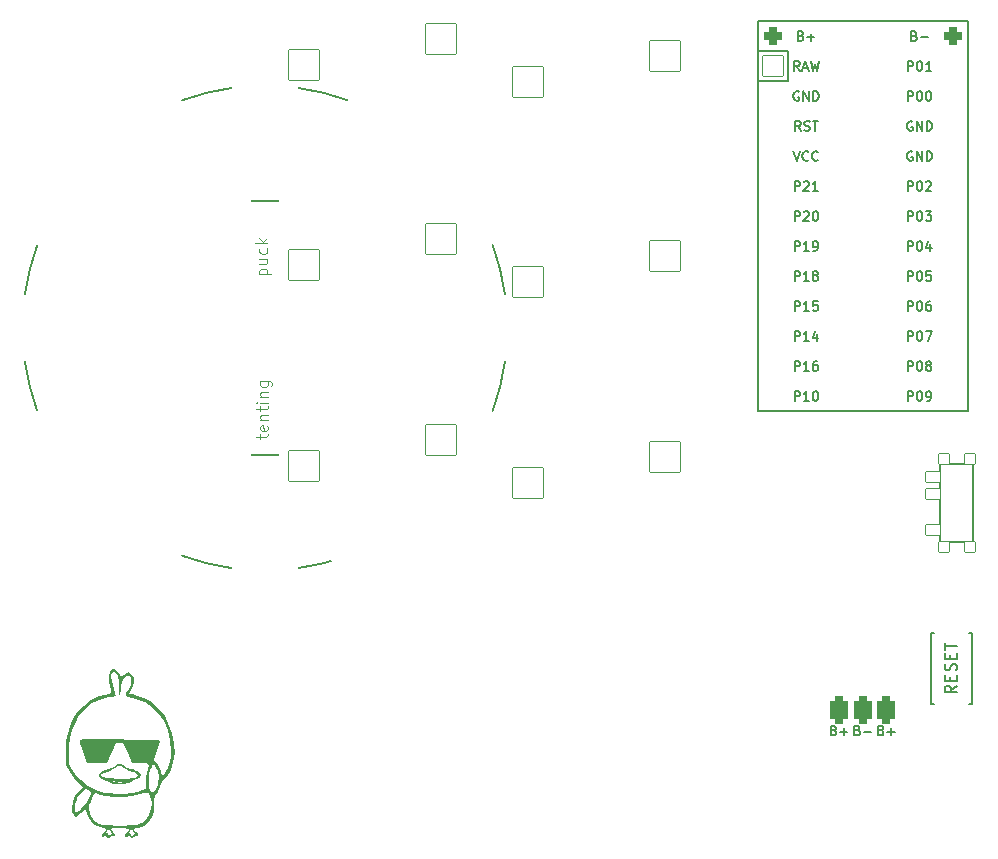
<source format=gto>
%TF.GenerationSoftware,KiCad,Pcbnew,(6.0.4-0)*%
%TF.CreationDate,2022-04-27T14:09:06+02:00*%
%TF.ProjectId,duck,6475636b-2e6b-4696-9361-645f70636258,v1.0.0*%
%TF.SameCoordinates,Original*%
%TF.FileFunction,Legend,Top*%
%TF.FilePolarity,Positive*%
%FSLAX46Y46*%
G04 Gerber Fmt 4.6, Leading zero omitted, Abs format (unit mm)*
G04 Created by KiCad (PCBNEW (6.0.4-0)) date 2022-04-27 14:09:06*
%MOMM*%
%LPD*%
G01*
G04 APERTURE LIST*
G04 Aperture macros list*
%AMRoundRect*
0 Rectangle with rounded corners*
0 $1 Rounding radius*
0 $2 $3 $4 $5 $6 $7 $8 $9 X,Y pos of 4 corners*
0 Add a 4 corners polygon primitive as box body*
4,1,4,$2,$3,$4,$5,$6,$7,$8,$9,$2,$3,0*
0 Add four circle primitives for the rounded corners*
1,1,$1+$1,$2,$3*
1,1,$1+$1,$4,$5*
1,1,$1+$1,$6,$7*
1,1,$1+$1,$8,$9*
0 Add four rect primitives between the rounded corners*
20,1,$1+$1,$2,$3,$4,$5,0*
20,1,$1+$1,$4,$5,$6,$7,0*
20,1,$1+$1,$6,$7,$8,$9,0*
20,1,$1+$1,$8,$9,$2,$3,0*%
G04 Aperture macros list end*
%ADD10C,0.150000*%
%ADD11C,0.100000*%
%ADD12C,0.200000*%
%ADD13RoundRect,0.375000X-0.375000X-0.750000X0.375000X-0.750000X0.375000X0.750000X-0.375000X0.750000X0*%
%ADD14C,2.000000*%
%ADD15R,1.752600X1.752600*%
%ADD16C,1.752600*%
%ADD17RoundRect,0.375000X-0.375000X-0.375000X0.375000X-0.375000X0.375000X0.375000X-0.375000X0.375000X0*%
%ADD18RoundRect,0.050000X-0.450000X0.450000X-0.450000X-0.450000X0.450000X-0.450000X0.450000X0.450000X0*%
%ADD19RoundRect,0.050000X-0.625000X0.450000X-0.625000X-0.450000X0.625000X-0.450000X0.625000X0.450000X0*%
%ADD20RoundRect,0.425000X-0.375000X-0.750000X0.375000X-0.750000X0.375000X0.750000X-0.375000X0.750000X0*%
%ADD21C,2.100000*%
%ADD22C,3.100000*%
%ADD23C,1.801800*%
%ADD24C,3.529000*%
%ADD25RoundRect,0.050000X-1.054507X-1.505993X1.505993X-1.054507X1.054507X1.505993X-1.505993X1.054507X0*%
%ADD26C,2.132000*%
%ADD27RoundRect,0.050000X-1.181751X-1.408356X1.408356X-1.181751X1.181751X1.408356X-1.408356X1.181751X0*%
%ADD28RoundRect,0.050000X-1.300000X-1.300000X1.300000X-1.300000X1.300000X1.300000X-1.300000X1.300000X0*%
%ADD29RoundRect,0.050000X-1.775833X-0.475833X0.475833X-1.775833X1.775833X0.475833X-0.475833X1.775833X0*%
%ADD30C,1.100000*%
%ADD31RoundRect,0.050000X-0.863113X-1.623279X1.623279X-0.863113X0.863113X1.623279X-1.623279X0.863113X0*%
%ADD32RoundRect,0.050000X-1.592168X-0.919239X0.919239X-1.592168X1.592168X0.919239X-0.919239X1.592168X0*%
%ADD33RoundRect,0.050000X-0.876300X0.876300X-0.876300X-0.876300X0.876300X-0.876300X0.876300X0.876300X0*%
%ADD34C,1.852600*%
%ADD35RoundRect,0.425000X-0.375000X-0.375000X0.375000X-0.375000X0.375000X0.375000X-0.375000X0.375000X0*%
%ADD36C,4.500000*%
G04 APERTURE END LIST*
D10*
%TO.C,PAD1*%
X153972991Y54073625D02*
X154087277Y54035530D01*
X154125372Y53997435D01*
X154163467Y53921244D01*
X154163467Y53806959D01*
X154125372Y53730768D01*
X154087277Y53692673D01*
X154011087Y53654578D01*
X153706325Y53654578D01*
X153706325Y54454578D01*
X153972991Y54454578D01*
X154049182Y54416483D01*
X154087277Y54378387D01*
X154125372Y54302197D01*
X154125372Y54226006D01*
X154087277Y54149816D01*
X154049182Y54111721D01*
X153972991Y54073625D01*
X153706325Y54073625D01*
X154506325Y53959340D02*
X155115848Y53959340D01*
X151972991Y54073625D02*
X152087277Y54035530D01*
X152125372Y53997435D01*
X152163467Y53921244D01*
X152163467Y53806959D01*
X152125372Y53730768D01*
X152087277Y53692673D01*
X152011087Y53654578D01*
X151706325Y53654578D01*
X151706325Y54454578D01*
X151972991Y54454578D01*
X152049182Y54416483D01*
X152087277Y54378387D01*
X152125372Y54302197D01*
X152125372Y54226006D01*
X152087277Y54149816D01*
X152049182Y54111721D01*
X151972991Y54073625D01*
X151706325Y54073625D01*
X152506325Y53959340D02*
X153115848Y53959340D01*
X152811087Y53654578D02*
X152811087Y54264102D01*
X155972991Y54073625D02*
X156087277Y54035530D01*
X156125372Y53997435D01*
X156163467Y53921244D01*
X156163467Y53806959D01*
X156125372Y53730768D01*
X156087277Y53692673D01*
X156011087Y53654578D01*
X155706325Y53654578D01*
X155706325Y54454578D01*
X155972991Y54454578D01*
X156049182Y54416483D01*
X156087277Y54378387D01*
X156125372Y54302197D01*
X156125372Y54226006D01*
X156087277Y54149816D01*
X156049182Y54111721D01*
X155972991Y54073625D01*
X155706325Y54073625D01*
X156506325Y53959340D02*
X157115848Y53959340D01*
X156811087Y53654578D02*
X156811087Y54264102D01*
%TO.C,B1*%
X162363467Y57864102D02*
X161887277Y57530768D01*
X162363467Y57292673D02*
X161363467Y57292673D01*
X161363467Y57673625D01*
X161411087Y57768863D01*
X161458706Y57816483D01*
X161553944Y57864102D01*
X161696801Y57864102D01*
X161792039Y57816483D01*
X161839658Y57768863D01*
X161887277Y57673625D01*
X161887277Y57292673D01*
X161839658Y58292673D02*
X161839658Y58626006D01*
X162363467Y58768863D02*
X162363467Y58292673D01*
X161363467Y58292673D01*
X161363467Y58768863D01*
X162315848Y59149816D02*
X162363467Y59292673D01*
X162363467Y59530768D01*
X162315848Y59626006D01*
X162268229Y59673625D01*
X162172991Y59721244D01*
X162077753Y59721244D01*
X161982515Y59673625D01*
X161934896Y59626006D01*
X161887277Y59530768D01*
X161839658Y59340292D01*
X161792039Y59245054D01*
X161744420Y59197435D01*
X161649182Y59149816D01*
X161553944Y59149816D01*
X161458706Y59197435D01*
X161411087Y59245054D01*
X161363467Y59340292D01*
X161363467Y59578387D01*
X161411087Y59721244D01*
X161839658Y60149816D02*
X161839658Y60483149D01*
X162363467Y60626006D02*
X162363467Y60149816D01*
X161363467Y60149816D01*
X161363467Y60626006D01*
X161363467Y60911721D02*
X161363467Y61483149D01*
X162363467Y61197435D02*
X161363467Y61197435D01*
%TO.C,MCU1*%
X158239658Y84524578D02*
X158239658Y85324578D01*
X158544420Y85324578D01*
X158620610Y85286483D01*
X158658706Y85248387D01*
X158696801Y85172197D01*
X158696801Y85057911D01*
X158658706Y84981721D01*
X158620610Y84943625D01*
X158544420Y84905530D01*
X158239658Y84905530D01*
X159192039Y85324578D02*
X159268229Y85324578D01*
X159344420Y85286483D01*
X159382515Y85248387D01*
X159420610Y85172197D01*
X159458706Y85019816D01*
X159458706Y84829340D01*
X159420610Y84676959D01*
X159382515Y84600768D01*
X159344420Y84562673D01*
X159268229Y84524578D01*
X159192039Y84524578D01*
X159115848Y84562673D01*
X159077753Y84600768D01*
X159039658Y84676959D01*
X159001563Y84829340D01*
X159001563Y85019816D01*
X159039658Y85172197D01*
X159077753Y85248387D01*
X159115848Y85286483D01*
X159192039Y85324578D01*
X159915848Y84981721D02*
X159839658Y85019816D01*
X159801563Y85057911D01*
X159763467Y85134102D01*
X159763467Y85172197D01*
X159801563Y85248387D01*
X159839658Y85286483D01*
X159915848Y85324578D01*
X160068229Y85324578D01*
X160144420Y85286483D01*
X160182515Y85248387D01*
X160220610Y85172197D01*
X160220610Y85134102D01*
X160182515Y85057911D01*
X160144420Y85019816D01*
X160068229Y84981721D01*
X159915848Y84981721D01*
X159839658Y84943625D01*
X159801563Y84905530D01*
X159763467Y84829340D01*
X159763467Y84676959D01*
X159801563Y84600768D01*
X159839658Y84562673D01*
X159915848Y84524578D01*
X160068229Y84524578D01*
X160144420Y84562673D01*
X160182515Y84600768D01*
X160220610Y84676959D01*
X160220610Y84829340D01*
X160182515Y84905530D01*
X160144420Y84943625D01*
X160068229Y84981721D01*
X158239658Y109924578D02*
X158239658Y110724578D01*
X158544420Y110724578D01*
X158620610Y110686483D01*
X158658706Y110648387D01*
X158696801Y110572197D01*
X158696801Y110457911D01*
X158658706Y110381721D01*
X158620610Y110343625D01*
X158544420Y110305530D01*
X158239658Y110305530D01*
X159192039Y110724578D02*
X159268229Y110724578D01*
X159344420Y110686483D01*
X159382515Y110648387D01*
X159420610Y110572197D01*
X159458706Y110419816D01*
X159458706Y110229340D01*
X159420610Y110076959D01*
X159382515Y110000768D01*
X159344420Y109962673D01*
X159268229Y109924578D01*
X159192039Y109924578D01*
X159115848Y109962673D01*
X159077753Y110000768D01*
X159039658Y110076959D01*
X159001563Y110229340D01*
X159001563Y110419816D01*
X159039658Y110572197D01*
X159077753Y110648387D01*
X159115848Y110686483D01*
X159192039Y110724578D01*
X160220610Y109924578D02*
X159763467Y109924578D01*
X159992039Y109924578D02*
X159992039Y110724578D01*
X159915848Y110610292D01*
X159839658Y110534102D01*
X159763467Y110496006D01*
X148639658Y99764578D02*
X148639658Y100564578D01*
X148944420Y100564578D01*
X149020610Y100526483D01*
X149058706Y100488387D01*
X149096801Y100412197D01*
X149096801Y100297911D01*
X149058706Y100221721D01*
X149020610Y100183625D01*
X148944420Y100145530D01*
X148639658Y100145530D01*
X149401563Y100488387D02*
X149439658Y100526483D01*
X149515848Y100564578D01*
X149706325Y100564578D01*
X149782515Y100526483D01*
X149820610Y100488387D01*
X149858706Y100412197D01*
X149858706Y100336006D01*
X149820610Y100221721D01*
X149363467Y99764578D01*
X149858706Y99764578D01*
X150620610Y99764578D02*
X150163467Y99764578D01*
X150392039Y99764578D02*
X150392039Y100564578D01*
X150315848Y100450292D01*
X150239658Y100374102D01*
X150163467Y100336006D01*
X148639658Y87064578D02*
X148639658Y87864578D01*
X148944420Y87864578D01*
X149020610Y87826483D01*
X149058706Y87788387D01*
X149096801Y87712197D01*
X149096801Y87597911D01*
X149058706Y87521721D01*
X149020610Y87483625D01*
X148944420Y87445530D01*
X148639658Y87445530D01*
X149858706Y87064578D02*
X149401563Y87064578D01*
X149630134Y87064578D02*
X149630134Y87864578D01*
X149553944Y87750292D01*
X149477753Y87674102D01*
X149401563Y87636006D01*
X150544420Y87597911D02*
X150544420Y87064578D01*
X150353944Y87902673D02*
X150163467Y87331244D01*
X150658706Y87331244D01*
X149172991Y112883625D02*
X149287277Y112845530D01*
X149325372Y112807435D01*
X149363467Y112731244D01*
X149363467Y112616959D01*
X149325372Y112540768D01*
X149287277Y112502673D01*
X149211087Y112464578D01*
X148906325Y112464578D01*
X148906325Y113264578D01*
X149172991Y113264578D01*
X149249182Y113226483D01*
X149287277Y113188387D01*
X149325372Y113112197D01*
X149325372Y113036006D01*
X149287277Y112959816D01*
X149249182Y112921721D01*
X149172991Y112883625D01*
X148906325Y112883625D01*
X149706325Y112769340D02*
X150315848Y112769340D01*
X150011087Y112464578D02*
X150011087Y113074102D01*
X148639658Y97224578D02*
X148639658Y98024578D01*
X148944420Y98024578D01*
X149020610Y97986483D01*
X149058706Y97948387D01*
X149096801Y97872197D01*
X149096801Y97757911D01*
X149058706Y97681721D01*
X149020610Y97643625D01*
X148944420Y97605530D01*
X148639658Y97605530D01*
X149401563Y97948387D02*
X149439658Y97986483D01*
X149515848Y98024578D01*
X149706325Y98024578D01*
X149782515Y97986483D01*
X149820610Y97948387D01*
X149858706Y97872197D01*
X149858706Y97796006D01*
X149820610Y97681721D01*
X149363467Y97224578D01*
X149858706Y97224578D01*
X150353944Y98024578D02*
X150430134Y98024578D01*
X150506325Y97986483D01*
X150544420Y97948387D01*
X150582515Y97872197D01*
X150620610Y97719816D01*
X150620610Y97529340D01*
X150582515Y97376959D01*
X150544420Y97300768D01*
X150506325Y97262673D01*
X150430134Y97224578D01*
X150353944Y97224578D01*
X150277753Y97262673D01*
X150239658Y97300768D01*
X150201563Y97376959D01*
X150163467Y97529340D01*
X150163467Y97719816D01*
X150201563Y97872197D01*
X150239658Y97948387D01*
X150277753Y97986483D01*
X150353944Y98024578D01*
X158239658Y81984578D02*
X158239658Y82784578D01*
X158544420Y82784578D01*
X158620610Y82746483D01*
X158658706Y82708387D01*
X158696801Y82632197D01*
X158696801Y82517911D01*
X158658706Y82441721D01*
X158620610Y82403625D01*
X158544420Y82365530D01*
X158239658Y82365530D01*
X159192039Y82784578D02*
X159268229Y82784578D01*
X159344420Y82746483D01*
X159382515Y82708387D01*
X159420610Y82632197D01*
X159458706Y82479816D01*
X159458706Y82289340D01*
X159420610Y82136959D01*
X159382515Y82060768D01*
X159344420Y82022673D01*
X159268229Y81984578D01*
X159192039Y81984578D01*
X159115848Y82022673D01*
X159077753Y82060768D01*
X159039658Y82136959D01*
X159001563Y82289340D01*
X159001563Y82479816D01*
X159039658Y82632197D01*
X159077753Y82708387D01*
X159115848Y82746483D01*
X159192039Y82784578D01*
X159839658Y81984578D02*
X159992039Y81984578D01*
X160068229Y82022673D01*
X160106325Y82060768D01*
X160182515Y82175054D01*
X160220610Y82327435D01*
X160220610Y82632197D01*
X160182515Y82708387D01*
X160144420Y82746483D01*
X160068229Y82784578D01*
X159915848Y82784578D01*
X159839658Y82746483D01*
X159801563Y82708387D01*
X159763467Y82632197D01*
X159763467Y82441721D01*
X159801563Y82365530D01*
X159839658Y82327435D01*
X159915848Y82289340D01*
X160068229Y82289340D01*
X160144420Y82327435D01*
X160182515Y82365530D01*
X160220610Y82441721D01*
X148639658Y84524578D02*
X148639658Y85324578D01*
X148944420Y85324578D01*
X149020610Y85286483D01*
X149058706Y85248387D01*
X149096801Y85172197D01*
X149096801Y85057911D01*
X149058706Y84981721D01*
X149020610Y84943625D01*
X148944420Y84905530D01*
X148639658Y84905530D01*
X149858706Y84524578D02*
X149401563Y84524578D01*
X149630134Y84524578D02*
X149630134Y85324578D01*
X149553944Y85210292D01*
X149477753Y85134102D01*
X149401563Y85096006D01*
X150544420Y85324578D02*
X150392039Y85324578D01*
X150315848Y85286483D01*
X150277753Y85248387D01*
X150201563Y85134102D01*
X150163467Y84981721D01*
X150163467Y84676959D01*
X150201563Y84600768D01*
X150239658Y84562673D01*
X150315848Y84524578D01*
X150468229Y84524578D01*
X150544420Y84562673D01*
X150582515Y84600768D01*
X150620610Y84676959D01*
X150620610Y84867435D01*
X150582515Y84943625D01*
X150544420Y84981721D01*
X150468229Y85019816D01*
X150315848Y85019816D01*
X150239658Y84981721D01*
X150201563Y84943625D01*
X150163467Y84867435D01*
X149172991Y104844578D02*
X148906325Y105225530D01*
X148715848Y104844578D02*
X148715848Y105644578D01*
X149020610Y105644578D01*
X149096801Y105606483D01*
X149134896Y105568387D01*
X149172991Y105492197D01*
X149172991Y105377911D01*
X149134896Y105301721D01*
X149096801Y105263625D01*
X149020610Y105225530D01*
X148715848Y105225530D01*
X149477753Y104882673D02*
X149592039Y104844578D01*
X149782515Y104844578D01*
X149858706Y104882673D01*
X149896801Y104920768D01*
X149934896Y104996959D01*
X149934896Y105073149D01*
X149896801Y105149340D01*
X149858706Y105187435D01*
X149782515Y105225530D01*
X149630134Y105263625D01*
X149553944Y105301721D01*
X149515848Y105339816D01*
X149477753Y105416006D01*
X149477753Y105492197D01*
X149515848Y105568387D01*
X149553944Y105606483D01*
X149630134Y105644578D01*
X149820610Y105644578D01*
X149934896Y105606483D01*
X150163467Y105644578D02*
X150620610Y105644578D01*
X150392039Y104844578D02*
X150392039Y105644578D01*
X158239658Y99764578D02*
X158239658Y100564578D01*
X158544420Y100564578D01*
X158620610Y100526483D01*
X158658706Y100488387D01*
X158696801Y100412197D01*
X158696801Y100297911D01*
X158658706Y100221721D01*
X158620610Y100183625D01*
X158544420Y100145530D01*
X158239658Y100145530D01*
X159192039Y100564578D02*
X159268229Y100564578D01*
X159344420Y100526483D01*
X159382515Y100488387D01*
X159420610Y100412197D01*
X159458706Y100259816D01*
X159458706Y100069340D01*
X159420610Y99916959D01*
X159382515Y99840768D01*
X159344420Y99802673D01*
X159268229Y99764578D01*
X159192039Y99764578D01*
X159115848Y99802673D01*
X159077753Y99840768D01*
X159039658Y99916959D01*
X159001563Y100069340D01*
X159001563Y100259816D01*
X159039658Y100412197D01*
X159077753Y100488387D01*
X159115848Y100526483D01*
X159192039Y100564578D01*
X159763467Y100488387D02*
X159801563Y100526483D01*
X159877753Y100564578D01*
X160068229Y100564578D01*
X160144420Y100526483D01*
X160182515Y100488387D01*
X160220610Y100412197D01*
X160220610Y100336006D01*
X160182515Y100221721D01*
X159725372Y99764578D01*
X160220610Y99764578D01*
X148639658Y92144578D02*
X148639658Y92944578D01*
X148944420Y92944578D01*
X149020610Y92906483D01*
X149058706Y92868387D01*
X149096801Y92792197D01*
X149096801Y92677911D01*
X149058706Y92601721D01*
X149020610Y92563625D01*
X148944420Y92525530D01*
X148639658Y92525530D01*
X149858706Y92144578D02*
X149401563Y92144578D01*
X149630134Y92144578D02*
X149630134Y92944578D01*
X149553944Y92830292D01*
X149477753Y92754102D01*
X149401563Y92716006D01*
X150315848Y92601721D02*
X150239658Y92639816D01*
X150201563Y92677911D01*
X150163467Y92754102D01*
X150163467Y92792197D01*
X150201563Y92868387D01*
X150239658Y92906483D01*
X150315848Y92944578D01*
X150468229Y92944578D01*
X150544420Y92906483D01*
X150582515Y92868387D01*
X150620610Y92792197D01*
X150620610Y92754102D01*
X150582515Y92677911D01*
X150544420Y92639816D01*
X150468229Y92601721D01*
X150315848Y92601721D01*
X150239658Y92563625D01*
X150201563Y92525530D01*
X150163467Y92449340D01*
X150163467Y92296959D01*
X150201563Y92220768D01*
X150239658Y92182673D01*
X150315848Y92144578D01*
X150468229Y92144578D01*
X150544420Y92182673D01*
X150582515Y92220768D01*
X150620610Y92296959D01*
X150620610Y92449340D01*
X150582515Y92525530D01*
X150544420Y92563625D01*
X150468229Y92601721D01*
X148639658Y81984578D02*
X148639658Y82784578D01*
X148944420Y82784578D01*
X149020610Y82746483D01*
X149058706Y82708387D01*
X149096801Y82632197D01*
X149096801Y82517911D01*
X149058706Y82441721D01*
X149020610Y82403625D01*
X148944420Y82365530D01*
X148639658Y82365530D01*
X149858706Y81984578D02*
X149401563Y81984578D01*
X149630134Y81984578D02*
X149630134Y82784578D01*
X149553944Y82670292D01*
X149477753Y82594102D01*
X149401563Y82556006D01*
X150353944Y82784578D02*
X150430134Y82784578D01*
X150506325Y82746483D01*
X150544420Y82708387D01*
X150582515Y82632197D01*
X150620610Y82479816D01*
X150620610Y82289340D01*
X150582515Y82136959D01*
X150544420Y82060768D01*
X150506325Y82022673D01*
X150430134Y81984578D01*
X150353944Y81984578D01*
X150277753Y82022673D01*
X150239658Y82060768D01*
X150201563Y82136959D01*
X150163467Y82289340D01*
X150163467Y82479816D01*
X150201563Y82632197D01*
X150239658Y82708387D01*
X150277753Y82746483D01*
X150353944Y82784578D01*
X158601563Y103066483D02*
X158525372Y103104578D01*
X158411087Y103104578D01*
X158296801Y103066483D01*
X158220610Y102990292D01*
X158182515Y102914102D01*
X158144420Y102761721D01*
X158144420Y102647435D01*
X158182515Y102495054D01*
X158220610Y102418863D01*
X158296801Y102342673D01*
X158411087Y102304578D01*
X158487277Y102304578D01*
X158601563Y102342673D01*
X158639658Y102380768D01*
X158639658Y102647435D01*
X158487277Y102647435D01*
X158982515Y102304578D02*
X158982515Y103104578D01*
X159439658Y102304578D01*
X159439658Y103104578D01*
X159820610Y102304578D02*
X159820610Y103104578D01*
X160011087Y103104578D01*
X160125372Y103066483D01*
X160201563Y102990292D01*
X160239658Y102914102D01*
X160277753Y102761721D01*
X160277753Y102647435D01*
X160239658Y102495054D01*
X160201563Y102418863D01*
X160125372Y102342673D01*
X160011087Y102304578D01*
X159820610Y102304578D01*
X158239658Y107384578D02*
X158239658Y108184578D01*
X158544420Y108184578D01*
X158620610Y108146483D01*
X158658706Y108108387D01*
X158696801Y108032197D01*
X158696801Y107917911D01*
X158658706Y107841721D01*
X158620610Y107803625D01*
X158544420Y107765530D01*
X158239658Y107765530D01*
X159192039Y108184578D02*
X159268229Y108184578D01*
X159344420Y108146483D01*
X159382515Y108108387D01*
X159420610Y108032197D01*
X159458706Y107879816D01*
X159458706Y107689340D01*
X159420610Y107536959D01*
X159382515Y107460768D01*
X159344420Y107422673D01*
X159268229Y107384578D01*
X159192039Y107384578D01*
X159115848Y107422673D01*
X159077753Y107460768D01*
X159039658Y107536959D01*
X159001563Y107689340D01*
X159001563Y107879816D01*
X159039658Y108032197D01*
X159077753Y108108387D01*
X159115848Y108146483D01*
X159192039Y108184578D01*
X159953944Y108184578D02*
X160030134Y108184578D01*
X160106325Y108146483D01*
X160144420Y108108387D01*
X160182515Y108032197D01*
X160220610Y107879816D01*
X160220610Y107689340D01*
X160182515Y107536959D01*
X160144420Y107460768D01*
X160106325Y107422673D01*
X160030134Y107384578D01*
X159953944Y107384578D01*
X159877753Y107422673D01*
X159839658Y107460768D01*
X159801563Y107536959D01*
X159763467Y107689340D01*
X159763467Y107879816D01*
X159801563Y108032197D01*
X159839658Y108108387D01*
X159877753Y108146483D01*
X159953944Y108184578D01*
X149058706Y109924578D02*
X148792039Y110305530D01*
X148601563Y109924578D02*
X148601563Y110724578D01*
X148906325Y110724578D01*
X148982515Y110686483D01*
X149020610Y110648387D01*
X149058706Y110572197D01*
X149058706Y110457911D01*
X149020610Y110381721D01*
X148982515Y110343625D01*
X148906325Y110305530D01*
X148601563Y110305530D01*
X149363467Y110153149D02*
X149744420Y110153149D01*
X149287277Y109924578D02*
X149553944Y110724578D01*
X149820610Y109924578D01*
X150011087Y110724578D02*
X150201563Y109924578D01*
X150353944Y110496006D01*
X150506325Y109924578D01*
X150696801Y110724578D01*
X158239658Y97224578D02*
X158239658Y98024578D01*
X158544420Y98024578D01*
X158620610Y97986483D01*
X158658706Y97948387D01*
X158696801Y97872197D01*
X158696801Y97757911D01*
X158658706Y97681721D01*
X158620610Y97643625D01*
X158544420Y97605530D01*
X158239658Y97605530D01*
X159192039Y98024578D02*
X159268229Y98024578D01*
X159344420Y97986483D01*
X159382515Y97948387D01*
X159420610Y97872197D01*
X159458706Y97719816D01*
X159458706Y97529340D01*
X159420610Y97376959D01*
X159382515Y97300768D01*
X159344420Y97262673D01*
X159268229Y97224578D01*
X159192039Y97224578D01*
X159115848Y97262673D01*
X159077753Y97300768D01*
X159039658Y97376959D01*
X159001563Y97529340D01*
X159001563Y97719816D01*
X159039658Y97872197D01*
X159077753Y97948387D01*
X159115848Y97986483D01*
X159192039Y98024578D01*
X159725372Y98024578D02*
X160220610Y98024578D01*
X159953944Y97719816D01*
X160068229Y97719816D01*
X160144420Y97681721D01*
X160182515Y97643625D01*
X160220610Y97567435D01*
X160220610Y97376959D01*
X160182515Y97300768D01*
X160144420Y97262673D01*
X160068229Y97224578D01*
X159839658Y97224578D01*
X159763467Y97262673D01*
X159725372Y97300768D01*
X158601563Y105606483D02*
X158525372Y105644578D01*
X158411087Y105644578D01*
X158296801Y105606483D01*
X158220610Y105530292D01*
X158182515Y105454102D01*
X158144420Y105301721D01*
X158144420Y105187435D01*
X158182515Y105035054D01*
X158220610Y104958863D01*
X158296801Y104882673D01*
X158411087Y104844578D01*
X158487277Y104844578D01*
X158601563Y104882673D01*
X158639658Y104920768D01*
X158639658Y105187435D01*
X158487277Y105187435D01*
X158982515Y104844578D02*
X158982515Y105644578D01*
X159439658Y104844578D01*
X159439658Y105644578D01*
X159820610Y104844578D02*
X159820610Y105644578D01*
X160011087Y105644578D01*
X160125372Y105606483D01*
X160201563Y105530292D01*
X160239658Y105454102D01*
X160277753Y105301721D01*
X160277753Y105187435D01*
X160239658Y105035054D01*
X160201563Y104958863D01*
X160125372Y104882673D01*
X160011087Y104844578D01*
X159820610Y104844578D01*
X158239658Y87064578D02*
X158239658Y87864578D01*
X158544420Y87864578D01*
X158620610Y87826483D01*
X158658706Y87788387D01*
X158696801Y87712197D01*
X158696801Y87597911D01*
X158658706Y87521721D01*
X158620610Y87483625D01*
X158544420Y87445530D01*
X158239658Y87445530D01*
X159192039Y87864578D02*
X159268229Y87864578D01*
X159344420Y87826483D01*
X159382515Y87788387D01*
X159420610Y87712197D01*
X159458706Y87559816D01*
X159458706Y87369340D01*
X159420610Y87216959D01*
X159382515Y87140768D01*
X159344420Y87102673D01*
X159268229Y87064578D01*
X159192039Y87064578D01*
X159115848Y87102673D01*
X159077753Y87140768D01*
X159039658Y87216959D01*
X159001563Y87369340D01*
X159001563Y87559816D01*
X159039658Y87712197D01*
X159077753Y87788387D01*
X159115848Y87826483D01*
X159192039Y87864578D01*
X159725372Y87864578D02*
X160258706Y87864578D01*
X159915848Y87064578D01*
X148639658Y94684578D02*
X148639658Y95484578D01*
X148944420Y95484578D01*
X149020610Y95446483D01*
X149058706Y95408387D01*
X149096801Y95332197D01*
X149096801Y95217911D01*
X149058706Y95141721D01*
X149020610Y95103625D01*
X148944420Y95065530D01*
X148639658Y95065530D01*
X149858706Y94684578D02*
X149401563Y94684578D01*
X149630134Y94684578D02*
X149630134Y95484578D01*
X149553944Y95370292D01*
X149477753Y95294102D01*
X149401563Y95256006D01*
X150239658Y94684578D02*
X150392039Y94684578D01*
X150468229Y94722673D01*
X150506325Y94760768D01*
X150582515Y94875054D01*
X150620610Y95027435D01*
X150620610Y95332197D01*
X150582515Y95408387D01*
X150544420Y95446483D01*
X150468229Y95484578D01*
X150315848Y95484578D01*
X150239658Y95446483D01*
X150201563Y95408387D01*
X150163467Y95332197D01*
X150163467Y95141721D01*
X150201563Y95065530D01*
X150239658Y95027435D01*
X150315848Y94989340D01*
X150468229Y94989340D01*
X150544420Y95027435D01*
X150582515Y95065530D01*
X150620610Y95141721D01*
X158239658Y94684578D02*
X158239658Y95484578D01*
X158544420Y95484578D01*
X158620610Y95446483D01*
X158658706Y95408387D01*
X158696801Y95332197D01*
X158696801Y95217911D01*
X158658706Y95141721D01*
X158620610Y95103625D01*
X158544420Y95065530D01*
X158239658Y95065530D01*
X159192039Y95484578D02*
X159268229Y95484578D01*
X159344420Y95446483D01*
X159382515Y95408387D01*
X159420610Y95332197D01*
X159458706Y95179816D01*
X159458706Y94989340D01*
X159420610Y94836959D01*
X159382515Y94760768D01*
X159344420Y94722673D01*
X159268229Y94684578D01*
X159192039Y94684578D01*
X159115848Y94722673D01*
X159077753Y94760768D01*
X159039658Y94836959D01*
X159001563Y94989340D01*
X159001563Y95179816D01*
X159039658Y95332197D01*
X159077753Y95408387D01*
X159115848Y95446483D01*
X159192039Y95484578D01*
X160144420Y95217911D02*
X160144420Y94684578D01*
X159953944Y95522673D02*
X159763467Y94951244D01*
X160258706Y94951244D01*
X158239658Y92144578D02*
X158239658Y92944578D01*
X158544420Y92944578D01*
X158620610Y92906483D01*
X158658706Y92868387D01*
X158696801Y92792197D01*
X158696801Y92677911D01*
X158658706Y92601721D01*
X158620610Y92563625D01*
X158544420Y92525530D01*
X158239658Y92525530D01*
X159192039Y92944578D02*
X159268229Y92944578D01*
X159344420Y92906483D01*
X159382515Y92868387D01*
X159420610Y92792197D01*
X159458706Y92639816D01*
X159458706Y92449340D01*
X159420610Y92296959D01*
X159382515Y92220768D01*
X159344420Y92182673D01*
X159268229Y92144578D01*
X159192039Y92144578D01*
X159115848Y92182673D01*
X159077753Y92220768D01*
X159039658Y92296959D01*
X159001563Y92449340D01*
X159001563Y92639816D01*
X159039658Y92792197D01*
X159077753Y92868387D01*
X159115848Y92906483D01*
X159192039Y92944578D01*
X160182515Y92944578D02*
X159801563Y92944578D01*
X159763467Y92563625D01*
X159801563Y92601721D01*
X159877753Y92639816D01*
X160068229Y92639816D01*
X160144420Y92601721D01*
X160182515Y92563625D01*
X160220610Y92487435D01*
X160220610Y92296959D01*
X160182515Y92220768D01*
X160144420Y92182673D01*
X160068229Y92144578D01*
X159877753Y92144578D01*
X159801563Y92182673D01*
X159763467Y92220768D01*
X149001563Y108146483D02*
X148925372Y108184578D01*
X148811087Y108184578D01*
X148696801Y108146483D01*
X148620610Y108070292D01*
X148582515Y107994102D01*
X148544420Y107841721D01*
X148544420Y107727435D01*
X148582515Y107575054D01*
X148620610Y107498863D01*
X148696801Y107422673D01*
X148811087Y107384578D01*
X148887277Y107384578D01*
X149001563Y107422673D01*
X149039658Y107460768D01*
X149039658Y107727435D01*
X148887277Y107727435D01*
X149382515Y107384578D02*
X149382515Y108184578D01*
X149839658Y107384578D01*
X149839658Y108184578D01*
X150220610Y107384578D02*
X150220610Y108184578D01*
X150411087Y108184578D01*
X150525372Y108146483D01*
X150601563Y108070292D01*
X150639658Y107994102D01*
X150677753Y107841721D01*
X150677753Y107727435D01*
X150639658Y107575054D01*
X150601563Y107498863D01*
X150525372Y107422673D01*
X150411087Y107384578D01*
X150220610Y107384578D01*
X158772991Y112883625D02*
X158887277Y112845530D01*
X158925372Y112807435D01*
X158963467Y112731244D01*
X158963467Y112616959D01*
X158925372Y112540768D01*
X158887277Y112502673D01*
X158811087Y112464578D01*
X158506325Y112464578D01*
X158506325Y113264578D01*
X158772991Y113264578D01*
X158849182Y113226483D01*
X158887277Y113188387D01*
X158925372Y113112197D01*
X158925372Y113036006D01*
X158887277Y112959816D01*
X158849182Y112921721D01*
X158772991Y112883625D01*
X158506325Y112883625D01*
X159306325Y112769340D02*
X159915848Y112769340D01*
X148639658Y89604578D02*
X148639658Y90404578D01*
X148944420Y90404578D01*
X149020610Y90366483D01*
X149058706Y90328387D01*
X149096801Y90252197D01*
X149096801Y90137911D01*
X149058706Y90061721D01*
X149020610Y90023625D01*
X148944420Y89985530D01*
X148639658Y89985530D01*
X149858706Y89604578D02*
X149401563Y89604578D01*
X149630134Y89604578D02*
X149630134Y90404578D01*
X149553944Y90290292D01*
X149477753Y90214102D01*
X149401563Y90176006D01*
X150582515Y90404578D02*
X150201563Y90404578D01*
X150163467Y90023625D01*
X150201563Y90061721D01*
X150277753Y90099816D01*
X150468229Y90099816D01*
X150544420Y90061721D01*
X150582515Y90023625D01*
X150620610Y89947435D01*
X150620610Y89756959D01*
X150582515Y89680768D01*
X150544420Y89642673D01*
X150468229Y89604578D01*
X150277753Y89604578D01*
X150201563Y89642673D01*
X150163467Y89680768D01*
X158239658Y89604578D02*
X158239658Y90404578D01*
X158544420Y90404578D01*
X158620610Y90366483D01*
X158658706Y90328387D01*
X158696801Y90252197D01*
X158696801Y90137911D01*
X158658706Y90061721D01*
X158620610Y90023625D01*
X158544420Y89985530D01*
X158239658Y89985530D01*
X159192039Y90404578D02*
X159268229Y90404578D01*
X159344420Y90366483D01*
X159382515Y90328387D01*
X159420610Y90252197D01*
X159458706Y90099816D01*
X159458706Y89909340D01*
X159420610Y89756959D01*
X159382515Y89680768D01*
X159344420Y89642673D01*
X159268229Y89604578D01*
X159192039Y89604578D01*
X159115848Y89642673D01*
X159077753Y89680768D01*
X159039658Y89756959D01*
X159001563Y89909340D01*
X159001563Y90099816D01*
X159039658Y90252197D01*
X159077753Y90328387D01*
X159115848Y90366483D01*
X159192039Y90404578D01*
X160144420Y90404578D02*
X159992039Y90404578D01*
X159915848Y90366483D01*
X159877753Y90328387D01*
X159801563Y90214102D01*
X159763467Y90061721D01*
X159763467Y89756959D01*
X159801563Y89680768D01*
X159839658Y89642673D01*
X159915848Y89604578D01*
X160068229Y89604578D01*
X160144420Y89642673D01*
X160182515Y89680768D01*
X160220610Y89756959D01*
X160220610Y89947435D01*
X160182515Y90023625D01*
X160144420Y90061721D01*
X160068229Y90099816D01*
X159915848Y90099816D01*
X159839658Y90061721D01*
X159801563Y90023625D01*
X159763467Y89947435D01*
X148544420Y103104578D02*
X148811087Y102304578D01*
X149077753Y103104578D01*
X149801563Y102380768D02*
X149763467Y102342673D01*
X149649182Y102304578D01*
X149572991Y102304578D01*
X149458706Y102342673D01*
X149382515Y102418863D01*
X149344420Y102495054D01*
X149306325Y102647435D01*
X149306325Y102761721D01*
X149344420Y102914102D01*
X149382515Y102990292D01*
X149458706Y103066483D01*
X149572991Y103104578D01*
X149649182Y103104578D01*
X149763467Y103066483D01*
X149801563Y103028387D01*
X150601563Y102380768D02*
X150563467Y102342673D01*
X150449182Y102304578D01*
X150372991Y102304578D01*
X150258706Y102342673D01*
X150182515Y102418863D01*
X150144420Y102495054D01*
X150106325Y102647435D01*
X150106325Y102761721D01*
X150144420Y102914102D01*
X150182515Y102990292D01*
X150258706Y103066483D01*
X150372991Y103104578D01*
X150449182Y103104578D01*
X150563467Y103066483D01*
X150601563Y103028387D01*
D11*
%TO.C,REF\u002A\u002A*%
X103392434Y78783427D02*
X103392434Y79164379D01*
X103059100Y78926284D02*
X103916243Y78926284D01*
X104011481Y78973903D01*
X104059100Y79069141D01*
X104059100Y79164379D01*
X104011481Y79878665D02*
X104059100Y79783427D01*
X104059100Y79592950D01*
X104011481Y79497712D01*
X103916243Y79450093D01*
X103535291Y79450093D01*
X103440053Y79497712D01*
X103392434Y79592950D01*
X103392434Y79783427D01*
X103440053Y79878665D01*
X103535291Y79926284D01*
X103630529Y79926284D01*
X103725767Y79450093D01*
X103392434Y80354855D02*
X104059100Y80354855D01*
X103487672Y80354855D02*
X103440053Y80402474D01*
X103392434Y80497712D01*
X103392434Y80640569D01*
X103440053Y80735807D01*
X103535291Y80783427D01*
X104059100Y80783427D01*
X103392434Y81116760D02*
X103392434Y81497712D01*
X103059100Y81259617D02*
X103916243Y81259617D01*
X104011481Y81307236D01*
X104059100Y81402474D01*
X104059100Y81497712D01*
X104059100Y81831046D02*
X103392434Y81831046D01*
X103059100Y81831046D02*
X103106720Y81783427D01*
X103154339Y81831046D01*
X103106720Y81878665D01*
X103059100Y81831046D01*
X103154339Y81831046D01*
X103392434Y82307236D02*
X104059100Y82307236D01*
X103487672Y82307236D02*
X103440053Y82354855D01*
X103392434Y82450093D01*
X103392434Y82592950D01*
X103440053Y82688188D01*
X103535291Y82735807D01*
X104059100Y82735807D01*
X103392434Y83640569D02*
X104201958Y83640569D01*
X104297196Y83592950D01*
X104344815Y83545331D01*
X104392434Y83450093D01*
X104392434Y83307236D01*
X104344815Y83211998D01*
X104011481Y83640569D02*
X104059100Y83545331D01*
X104059100Y83354855D01*
X104011481Y83259617D01*
X103963862Y83211998D01*
X103868624Y83164379D01*
X103582910Y83164379D01*
X103487672Y83211998D01*
X103440053Y83259617D01*
X103392434Y83354855D01*
X103392434Y83545331D01*
X103440053Y83640569D01*
X103328934Y92673927D02*
X104328934Y92673927D01*
X103376553Y92673927D02*
X103328934Y92769165D01*
X103328934Y92959641D01*
X103376553Y93054879D01*
X103424172Y93102498D01*
X103519410Y93150117D01*
X103805124Y93150117D01*
X103900362Y93102498D01*
X103947981Y93054879D01*
X103995600Y92959641D01*
X103995600Y92769165D01*
X103947981Y92673927D01*
X103328934Y94007260D02*
X103995600Y94007260D01*
X103328934Y93578688D02*
X103852743Y93578688D01*
X103947981Y93626307D01*
X103995600Y93721546D01*
X103995600Y93864403D01*
X103947981Y93959641D01*
X103900362Y94007260D01*
X103947981Y94912022D02*
X103995600Y94816784D01*
X103995600Y94626307D01*
X103947981Y94531069D01*
X103900362Y94483450D01*
X103805124Y94435831D01*
X103519410Y94435831D01*
X103424172Y94483450D01*
X103376553Y94531069D01*
X103328934Y94626307D01*
X103328934Y94816784D01*
X103376553Y94912022D01*
X103995600Y95340593D02*
X102995600Y95340593D01*
X103614648Y95435831D02*
X103995600Y95721546D01*
X103328934Y95721546D02*
X103709886Y95340593D01*
%TO.C,G\u002A\u002A\u002A*%
G36*
X90504223Y49751706D02*
G01*
X90360500Y49821081D01*
X90027303Y49996498D01*
X89831844Y50134183D01*
X89751661Y50251266D01*
X89750891Y50257106D01*
X89927130Y50257106D01*
X89943555Y50236223D01*
X90123983Y50141363D01*
X90434248Y50063456D01*
X90835487Y50004850D01*
X91288834Y49967895D01*
X91755425Y49954937D01*
X92196396Y49968327D01*
X92572882Y50010411D01*
X92794667Y50063946D01*
X93022017Y50173540D01*
X93080717Y50288759D01*
X92971306Y50408302D01*
X92694325Y50530865D01*
X92586323Y50565696D01*
X92284810Y50675590D01*
X92027835Y50800634D01*
X91903533Y50886671D01*
X91641922Y51033650D01*
X91356867Y51016450D01*
X91129858Y50888931D01*
X90927029Y50770367D01*
X90639997Y50649272D01*
X90464646Y50591486D01*
X90134632Y50474542D01*
X89952352Y50360963D01*
X89927130Y50257106D01*
X89750891Y50257106D01*
X89746667Y50289127D01*
X89825767Y50476210D01*
X90040908Y50637187D01*
X90358845Y50750092D01*
X90478545Y50772737D01*
X90774681Y50861058D01*
X91055273Y51009006D01*
X91074517Y51022867D01*
X91372795Y51187960D01*
X91640192Y51197658D01*
X91914181Y51051487D01*
X91963440Y51011667D01*
X92175405Y50871562D01*
X92371921Y50800318D01*
X92398996Y50798141D01*
X92586597Y50762614D01*
X92842747Y50675334D01*
X92948908Y50630227D01*
X93179319Y50507134D01*
X93279479Y50393243D01*
X93287575Y50280900D01*
X93211718Y50103879D01*
X93133333Y50032217D01*
X92732004Y49831729D01*
X92425942Y49699662D01*
X92163688Y49619910D01*
X91893781Y49576367D01*
X91609333Y49555225D01*
X91273253Y49544050D01*
X91023142Y49563258D01*
X90789849Y49627570D01*
X90730230Y49653481D01*
X91294044Y49653481D01*
X91400418Y49640197D01*
X91524667Y49637727D01*
X91707788Y49644332D01*
X91758057Y49661218D01*
X91715167Y49674419D01*
X91468449Y49688426D01*
X91334167Y49674419D01*
X91294044Y49653481D01*
X90730230Y49653481D01*
X90578151Y49719576D01*
X90884055Y49719576D01*
X90967278Y49706018D01*
X91077092Y49721584D01*
X91078403Y49750486D01*
X90965086Y49770698D01*
X90916125Y49757170D01*
X90884055Y49719576D01*
X90578151Y49719576D01*
X90504223Y49751706D01*
G37*
G36*
X92117333Y45443312D02*
G01*
X92263540Y45592668D01*
X92286937Y45696462D01*
X92176013Y45761712D01*
X91919257Y45795436D01*
X91524667Y45804667D01*
X91189108Y45797310D01*
X90928943Y45777605D01*
X90781942Y45749097D01*
X90762667Y45733122D01*
X90819279Y45628613D01*
X90932000Y45508333D01*
X91067387Y45341165D01*
X91097233Y45206006D01*
X91020939Y45142079D01*
X90937468Y45150436D01*
X90780860Y45135602D01*
X90728458Y45075644D01*
X90626956Y44966823D01*
X90506213Y45001950D01*
X90455213Y45083450D01*
X90375086Y45163962D01*
X90251769Y45125783D01*
X90082939Y45052079D01*
X90012899Y45088285D01*
X90000667Y45211283D01*
X90041973Y45320075D01*
X90203036Y45320075D01*
X90297585Y45325425D01*
X90369279Y45371053D01*
X90469419Y45414172D01*
X90537204Y45313841D01*
X90549633Y45277285D01*
X90600603Y45154979D01*
X90637643Y45187625D01*
X90649945Y45228474D01*
X90744511Y45332391D01*
X90831471Y45326426D01*
X90903225Y45319653D01*
X90841630Y45394588D01*
X90794030Y45436952D01*
X90642885Y45597619D01*
X90567881Y45720000D01*
X90529843Y45792713D01*
X90515351Y45701812D01*
X90441743Y45550734D01*
X90332082Y45462119D01*
X90214426Y45373346D01*
X90203036Y45320075D01*
X90041973Y45320075D01*
X90067258Y45386672D01*
X90170000Y45485649D01*
X90314231Y45611711D01*
X90302263Y45718440D01*
X90129377Y45812245D01*
X89879139Y45880708D01*
X89425786Y46064981D01*
X89053769Y46382822D01*
X88790341Y46807333D01*
X88712954Y47031686D01*
X88611684Y47410324D01*
X88396009Y47273234D01*
X88181927Y47106204D01*
X87990153Y46914905D01*
X87799972Y46693667D01*
X87620558Y46905333D01*
X87489987Y47180241D01*
X87468718Y47442068D01*
X87715449Y47442068D01*
X87723017Y47216558D01*
X87760010Y47087971D01*
X87784186Y47074667D01*
X87876619Y47129176D01*
X88050418Y47271693D01*
X88223380Y47430221D01*
X88913529Y47430221D01*
X88995471Y47050475D01*
X89096746Y46813915D01*
X89274306Y46542178D01*
X89498130Y46333383D01*
X89789181Y46181432D01*
X90168419Y46080229D01*
X90656806Y46023676D01*
X91275303Y46005675D01*
X91846465Y46014059D01*
X92329045Y46030884D01*
X92680605Y46054516D01*
X92939454Y46090693D01*
X93143903Y46145150D01*
X93332260Y46223624D01*
X93370465Y46242256D01*
X93744166Y46517674D01*
X94016741Y46906486D01*
X94176145Y47378080D01*
X94210334Y47901843D01*
X94160774Y48251036D01*
X94075753Y48558916D01*
X93967551Y48736468D01*
X93801290Y48800246D01*
X93542091Y48766803D01*
X93250429Y48683080D01*
X92573775Y48528041D01*
X91817327Y48450520D01*
X91053416Y48453659D01*
X90354372Y48540603D01*
X90289216Y48554382D01*
X89955320Y48633483D01*
X89673665Y48709770D01*
X89495404Y48769158D01*
X89475053Y48778602D01*
X89373070Y48800658D01*
X89301327Y48712155D01*
X89243952Y48533628D01*
X89153901Y48276554D01*
X89046361Y48066821D01*
X89031424Y48045717D01*
X88924564Y47779890D01*
X88913529Y47430221D01*
X88223380Y47430221D01*
X88255671Y47459817D01*
X88486397Y47719169D01*
X88711054Y48035634D01*
X88901510Y48361811D01*
X89029632Y48650301D01*
X89068506Y48829326D01*
X89000946Y48935990D01*
X88835955Y49053534D01*
X88823387Y49060169D01*
X88675026Y49127257D01*
X88565215Y49124283D01*
X88442265Y49031678D01*
X88274978Y48852562D01*
X88069103Y48591777D01*
X87896154Y48317075D01*
X87843591Y48209213D01*
X87778306Y47987490D01*
X87734736Y47715410D01*
X87715449Y47442068D01*
X87468718Y47442068D01*
X87460447Y47543879D01*
X87522615Y47956541D01*
X87667167Y48378525D01*
X87884781Y48770123D01*
X88125115Y49054092D01*
X88381739Y49297850D01*
X87923244Y49716888D01*
X87446688Y50261863D01*
X87187541Y50699309D01*
X87067386Y50952507D01*
X86988325Y51160285D01*
X86941997Y51369785D01*
X86920039Y51628150D01*
X86914086Y51982525D01*
X86914616Y52237846D01*
X86917740Y52281667D01*
X87173941Y52281667D01*
X87177645Y51868489D01*
X87199067Y51568424D01*
X87247929Y51325438D01*
X87333950Y51083499D01*
X87413089Y50903122D01*
X87756549Y50342255D01*
X88241273Y49832535D01*
X88842364Y49392478D01*
X89534928Y49040600D01*
X90224057Y48812532D01*
X90703031Y48735128D01*
X91283559Y48707253D01*
X91906033Y48726463D01*
X92510848Y48790313D01*
X93038397Y48896360D01*
X93163484Y48933069D01*
X93743968Y49119020D01*
X93690540Y49557344D01*
X93699710Y50020552D01*
X93946126Y50020552D01*
X93947955Y49618011D01*
X93995413Y49257259D01*
X94088020Y48997211D01*
X94095379Y48985520D01*
X94248388Y48752000D01*
X94446529Y48938144D01*
X94586375Y49134049D01*
X94707202Y49410235D01*
X94742109Y49530457D01*
X94796966Y50086417D01*
X94704506Y50629602D01*
X94527926Y51023603D01*
X94404492Y51214714D01*
X94333452Y51273984D01*
X94286892Y51218654D01*
X94273091Y51181000D01*
X94199688Y50990303D01*
X94095487Y50746852D01*
X94081277Y50715333D01*
X93990407Y50405965D01*
X93946126Y50020552D01*
X93699710Y50020552D01*
X93702341Y50153477D01*
X93770827Y50461333D01*
X93882641Y50842247D01*
X93942490Y51087705D01*
X93932205Y51228177D01*
X93833619Y51294134D01*
X93628565Y51316045D01*
X93298875Y51324380D01*
X93255431Y51325736D01*
X92512433Y51350333D01*
X92165607Y52197000D01*
X91818780Y53043667D01*
X91158236Y53043667D01*
X90464488Y51350333D01*
X89612432Y51326369D01*
X88760375Y51302404D01*
X88405734Y52242808D01*
X88271724Y52617411D01*
X88170804Y52937387D01*
X88112950Y53168229D01*
X88107517Y53274508D01*
X88185857Y53298938D01*
X88391214Y53316614D01*
X88730688Y53327606D01*
X89211380Y53331980D01*
X89840392Y53329805D01*
X90624823Y53321149D01*
X91512865Y53307118D01*
X92248855Y53293386D01*
X92930622Y53279060D01*
X93539898Y53264643D01*
X94058411Y53250639D01*
X94467891Y53237554D01*
X94750069Y53225891D01*
X94886673Y53216156D01*
X94896531Y53213691D01*
X94884877Y53124433D01*
X94825520Y52911971D01*
X94729063Y52612082D01*
X94652253Y52389373D01*
X94373234Y51599797D01*
X94597976Y51375054D01*
X94759757Y51145386D01*
X94907376Y50817483D01*
X94965421Y50637039D01*
X95108123Y50123765D01*
X95320642Y50436515D01*
X95583258Y50893902D01*
X95747744Y51369611D01*
X95828402Y51916053D01*
X95842667Y52349453D01*
X95773481Y53257713D01*
X95572080Y54094405D01*
X95247700Y54846916D01*
X94809577Y55502637D01*
X94266947Y56048956D01*
X93629044Y56473262D01*
X92905106Y56762944D01*
X92548963Y56846916D01*
X92219663Y56923552D01*
X92048366Y57017781D01*
X92024088Y57157979D01*
X92135843Y57372524D01*
X92272666Y57560621D01*
X92450317Y57882479D01*
X92498333Y58218676D01*
X92464344Y58540138D01*
X92360472Y58709447D01*
X92183857Y58729953D01*
X92090704Y58696561D01*
X91876808Y58513086D01*
X91711105Y58198090D01*
X91608038Y57785990D01*
X91581499Y57483209D01*
X91562614Y57167336D01*
X91533268Y57009934D01*
X91499910Y57000986D01*
X91468985Y57130475D01*
X91446940Y57388386D01*
X91440000Y57703053D01*
X91414276Y58242946D01*
X91339024Y58646886D01*
X91217124Y58905839D01*
X91051455Y59010770D01*
X91022600Y59012667D01*
X90860751Y58938007D01*
X90799173Y58807926D01*
X90788571Y58589494D01*
X90824211Y58267712D01*
X90895828Y57898858D01*
X90993154Y57539207D01*
X91069243Y57327500D01*
X91140787Y57134187D01*
X91166370Y57022716D01*
X91164033Y57015145D01*
X91075540Y56987479D01*
X90863904Y56936566D01*
X90571978Y56872616D01*
X90521297Y56861985D01*
X89715140Y56623495D01*
X89027288Y56266115D01*
X88450076Y55784119D01*
X87975839Y55171778D01*
X87770649Y54806437D01*
X87464894Y54106223D01*
X87275449Y53426649D01*
X87186153Y52699333D01*
X87173941Y52281667D01*
X86917740Y52281667D01*
X86983922Y53209961D01*
X87178196Y54100466D01*
X87490270Y54898953D01*
X87912975Y55595014D01*
X88439144Y56178241D01*
X89061609Y56638224D01*
X89773202Y56964555D01*
X90260250Y57096064D01*
X90530817Y57156755D01*
X90727451Y57211120D01*
X90796921Y57240699D01*
X90801004Y57339930D01*
X90765411Y57550014D01*
X90718220Y57746604D01*
X90614204Y58264949D01*
X90598479Y58691329D01*
X90670325Y59005694D01*
X90768452Y59144903D01*
X90908685Y59248022D01*
X91036056Y59243239D01*
X91170619Y59176116D01*
X91377983Y59002620D01*
X91509363Y58816498D01*
X91621059Y58584147D01*
X91875692Y58798407D01*
X92085802Y58957237D01*
X92235236Y58996560D01*
X92382679Y58916981D01*
X92502182Y58804849D01*
X92672331Y58522480D01*
X92715710Y58171560D01*
X92632591Y57795491D01*
X92494148Y57532889D01*
X92370821Y57340230D01*
X92306172Y57217299D01*
X92303648Y57196777D01*
X92393295Y57170687D01*
X92599521Y57121611D01*
X92813348Y57074187D01*
X93566709Y56828122D01*
X94241335Y56436989D01*
X94828482Y55909912D01*
X95319406Y55256015D01*
X95705363Y54484422D01*
X95921484Y53830998D01*
X96097146Y52950057D01*
X96139690Y52131605D01*
X96051088Y51387274D01*
X95833313Y50728695D01*
X95488338Y50167498D01*
X95257553Y49916326D01*
X95093497Y49725426D01*
X95002508Y49551718D01*
X94996000Y49510787D01*
X94953990Y49316190D01*
X94849902Y49072370D01*
X94716652Y48841409D01*
X94587155Y48685392D01*
X94543814Y48657889D01*
X94482865Y48592581D01*
X94446736Y48435229D01*
X94431430Y48157704D01*
X94431097Y47864280D01*
X94426592Y47456258D01*
X94396655Y47159840D01*
X94332186Y46918086D01*
X94248911Y46724285D01*
X93959216Y46311861D01*
X93558745Y46011629D01*
X93082172Y45849377D01*
X93069833Y45847352D01*
X92813301Y45776951D01*
X92718833Y45676732D01*
X92788994Y45551564D01*
X92879333Y45485649D01*
X93014724Y45349982D01*
X93039274Y45215190D01*
X92950510Y45133637D01*
X92896267Y45127333D01*
X92704714Y45071084D01*
X92636567Y45021500D01*
X92532129Y44966615D01*
X92426948Y45054460D01*
X92416095Y45068900D01*
X92305008Y45161809D01*
X92247464Y45132400D01*
X92130607Y45049312D01*
X92003808Y45067763D01*
X91948000Y45170496D01*
X91984031Y45259995D01*
X92154701Y45259995D01*
X92169106Y45250200D01*
X92231360Y45295229D01*
X92361020Y45368307D01*
X92447769Y45306915D01*
X92482456Y45250334D01*
X92557322Y45140838D01*
X92594607Y45177281D01*
X92606566Y45228474D01*
X92692620Y45333538D01*
X92778804Y45329547D01*
X92837675Y45331615D01*
X92750500Y45414616D01*
X92731167Y45429234D01*
X92587424Y45580603D01*
X92533982Y45709160D01*
X92519929Y45797530D01*
X92481135Y45720718D01*
X92480873Y45720000D01*
X92394538Y45567764D01*
X92254723Y45383896D01*
X92154701Y45259995D01*
X91984031Y45259995D01*
X92007751Y45318914D01*
X92117333Y45443312D01*
G37*
D10*
%TO.C,T1*%
X163761087Y76616483D02*
X160911087Y76616483D01*
X163761087Y71366483D02*
X163761087Y75266483D01*
X160911087Y76616483D02*
X160911087Y70016483D01*
X163761087Y73316483D02*
X163761087Y70016483D01*
X160911087Y70016483D02*
X163761087Y70016483D01*
X163761087Y73316483D02*
X163761087Y76616483D01*
%TO.C,B1*%
X163661087Y62316483D02*
X163661087Y56316483D01*
X160161087Y62316483D02*
X160161087Y56316483D01*
X163661087Y56316483D02*
X163411087Y56316483D01*
X160161087Y62316483D02*
X160411087Y62316483D01*
X160161087Y56316483D02*
X160411087Y56316483D01*
X163661087Y62316483D02*
X163411087Y62316483D01*
%TO.C,MCU1*%
X163301087Y114096483D02*
X145521087Y114096483D01*
X148061087Y111556483D02*
X145521087Y111556483D01*
X145521087Y81076483D02*
X163301087Y81076483D01*
X148061087Y111556483D02*
X148061087Y109016483D01*
X145521087Y114096483D02*
X145521087Y81076483D01*
X163301087Y81076483D02*
X163301087Y114096483D01*
X148061087Y109016483D02*
X145521087Y109016483D01*
D12*
%TO.C,REF\u002A\u002A*%
X124117220Y90998927D02*
G75*
G03*
X123083355Y95149472I-20320019J-2857506D01*
G01*
X104925605Y98877290D02*
G75*
G03*
X103797220Y98936427I-1128385J-10735763D01*
G01*
X96789174Y68855292D02*
G75*
G03*
X100939720Y67821427I7008046J19286135D01*
G01*
X102668835Y77405563D02*
G75*
G03*
X103797220Y77346427I1128379J10735785D01*
G01*
X83477220Y85283927D02*
G75*
G03*
X84511086Y81133380I20319953J2857490D01*
G01*
X100939720Y108461427D02*
G75*
G03*
X96789172Y107427561I2857496J-20319983D01*
G01*
X123083355Y81133381D02*
G75*
G03*
X124117220Y85283927I-19286185J7008058D01*
G01*
X106654720Y67821427D02*
G75*
G03*
X110805267Y68855293I-2857500J20320000D01*
G01*
X84511086Y95149475D02*
G75*
G03*
X83477220Y90998927I19286117J-7008044D01*
G01*
X103797220Y98936427D02*
G75*
G03*
X102668835Y98877291I-6J-10794921D01*
G01*
X103797220Y77346426D02*
G75*
G03*
X104925605Y77405563I0J10794901D01*
G01*
X110805267Y107427561D02*
G75*
G03*
X106654720Y108461427I-7008047J-19286134D01*
G01*
%TD*%
D13*
%TO.C,PAD1*%
X152411087Y55816483D03*
X156411087Y55816483D03*
X154411087Y55816483D03*
%TD*%
D14*
%TO.C,B1*%
X161911087Y56066483D03*
X161911087Y62566483D03*
%TD*%
D15*
%TO.C,MCU1*%
X146791087Y110286483D03*
D16*
X146791087Y107746483D03*
X146791087Y105206483D03*
X146791087Y102666483D03*
X146791087Y100126483D03*
X146791087Y97586483D03*
X146791087Y95046483D03*
X146791087Y92506483D03*
X146791087Y89966483D03*
X146791087Y87426483D03*
X146791087Y84886483D03*
X146791087Y82346483D03*
X162031087Y110286483D03*
X162031087Y107746483D03*
X162031087Y105206483D03*
X162031087Y102666483D03*
X162031087Y100126483D03*
X162031087Y97586483D03*
X162031087Y95046483D03*
X162031087Y92506483D03*
X162031087Y89966483D03*
X162031087Y87426483D03*
X162031087Y84886483D03*
X162031087Y82346483D03*
D17*
X146791087Y112826483D03*
X162031087Y112826483D03*
%TD*%
%LPC*%
D18*
%TO.C,T1*%
X161311087Y69616483D03*
X163511087Y77016483D03*
X163511087Y69616483D03*
X161311087Y77016483D03*
D19*
X160336087Y71066483D03*
X160336087Y74066483D03*
X160336087Y75566483D03*
%TD*%
D20*
%TO.C,PAD1*%
X152411087Y55816483D03*
X156411087Y55816483D03*
X154411087Y55816483D03*
%TD*%
D21*
%TO.C,B1*%
X161911087Y56066483D03*
X161911087Y62566483D03*
%TD*%
D22*
%TO.C,S11*%
X75659968Y109306337D03*
X70353903Y110604673D03*
X70353903Y110604673D03*
D23*
X65970667Y103790002D03*
D22*
X65811891Y107569855D03*
D24*
X71387110Y104745067D03*
D23*
X76803553Y105700132D03*
D25*
X73579149Y111173371D03*
X62586645Y107001157D03*
%TD*%
D23*
%TO.C,S34*%
X157191785Y38610213D03*
D24*
X152428645Y41360213D03*
D23*
X147665505Y44110213D03*
D26*
X146198518Y40569316D03*
X154858772Y35569316D03*
X149478645Y36250663D03*
X149478645Y36250663D03*
%TD*%
D24*
%TO.C,S15*%
X94221643Y97114167D03*
D23*
X99700714Y97593524D03*
D22*
X98875782Y101285676D03*
X93703066Y103041525D03*
X93703066Y103041525D03*
X88913835Y100414118D03*
D23*
X88742572Y96634810D03*
D27*
X96965604Y103326961D03*
X85651298Y100128683D03*
%TD*%
D22*
%TO.C,S21*%
X115411087Y95636017D03*
D23*
X109911087Y89686017D03*
D22*
X115411087Y95636017D03*
X120411087Y93436017D03*
D23*
X120911087Y89686017D03*
D22*
X110411087Y93436017D03*
D24*
X115411087Y89686017D03*
D28*
X118686087Y95636017D03*
X107136087Y93436017D03*
%TD*%
D23*
%TO.C,S8*%
X71874705Y70306538D03*
X82707591Y72216668D03*
D24*
X77291148Y71261603D03*
D26*
X73026972Y66651093D03*
X82875050Y68387574D03*
X78315672Y65451237D03*
X78315672Y65451237D03*
%TD*%
D24*
%TO.C,S14*%
X95703291Y80178857D03*
D23*
X101182362Y80658214D03*
X90224220Y79699500D03*
D26*
X91053509Y75957538D03*
X101015456Y76829096D03*
X96217510Y74301308D03*
X96217510Y74301308D03*
%TD*%
D24*
%TO.C,S20*%
X115411087Y72686017D03*
D23*
X109911087Y72686017D03*
X120911087Y72686017D03*
D26*
X120411087Y68886017D03*
X110411087Y68886017D03*
X115411087Y66786017D03*
X115411087Y66786017D03*
%TD*%
D23*
%TO.C,S28*%
X128877759Y88246289D03*
X139877759Y88246289D03*
D24*
X134377759Y88246289D03*
D26*
X129377759Y84446289D03*
X139377759Y84446289D03*
X134377759Y82346289D03*
X134377759Y82346289D03*
%TD*%
D24*
%TO.C,S26*%
X134377759Y71246289D03*
D23*
X128877759Y71246289D03*
X139877759Y71246289D03*
D26*
X129377759Y67446289D03*
X139377759Y67446289D03*
X134377759Y65346289D03*
X134377759Y65346289D03*
%TD*%
D22*
%TO.C,S29*%
X134377759Y111196289D03*
X134377759Y111196289D03*
D23*
X139877759Y105246289D03*
D24*
X134377759Y105246289D03*
D22*
X139377759Y108996289D03*
X129377759Y108996289D03*
D23*
X128877759Y105246289D03*
D28*
X137652759Y111196289D03*
X126102759Y108996289D03*
%TD*%
D24*
%TO.C,S33*%
X152428645Y41360213D03*
D22*
X155403645Y46513064D03*
X149973518Y47107808D03*
D23*
X147665505Y44110213D03*
D22*
X155403645Y46513064D03*
X158633772Y42107808D03*
D23*
X157191785Y38610213D03*
D29*
X158239878Y44875564D03*
X147137285Y48745308D03*
%TD*%
D22*
%TO.C,S7*%
X71715929Y74086391D03*
X81564006Y75822873D03*
X76257941Y77121209D03*
D23*
X71874705Y70306538D03*
D22*
X76257941Y77121209D03*
D23*
X82707591Y72216668D03*
D24*
X77291148Y71261603D03*
D25*
X79483187Y77689907D03*
X68490683Y73517693D03*
%TD*%
D23*
%TO.C,S2*%
X57770005Y47649137D03*
D24*
X63029681Y49257181D03*
D23*
X68289357Y50865225D03*
D26*
X59359170Y44161364D03*
X68922217Y47085081D03*
X64754674Y43614983D03*
X64754674Y43614983D03*
%TD*%
D30*
%TO.C,T2*%
X162411087Y74816483D03*
X162411087Y71816483D03*
%TD*%
D23*
%TO.C,S1*%
X68289357Y50865225D03*
D22*
X66714811Y54305182D03*
X61290069Y54947194D03*
X61290069Y54947194D03*
D24*
X63029681Y49257181D03*
D22*
X57151763Y51381465D03*
D23*
X57770005Y47649137D03*
D31*
X64421967Y55904712D03*
X54019865Y50423948D03*
%TD*%
D24*
%TO.C,S5*%
X53089043Y81771543D03*
D23*
X58348719Y83379587D03*
D22*
X51349431Y87461556D03*
X51349431Y87461556D03*
D23*
X47829367Y80163499D03*
D22*
X47211125Y83895827D03*
X56774173Y86819544D03*
D31*
X54481329Y88419074D03*
X44079227Y82938310D03*
%TD*%
D22*
%TO.C,S27*%
X129377759Y91996289D03*
D23*
X139877759Y88246289D03*
D24*
X134377759Y88246289D03*
D22*
X139377759Y91996289D03*
X134377759Y94196289D03*
X134377759Y94196289D03*
D23*
X128877759Y88246289D03*
D28*
X137652759Y94196289D03*
X126102759Y91996289D03*
%TD*%
D22*
%TO.C,S9*%
X68763910Y90828123D03*
D24*
X74339129Y88003335D03*
D22*
X73305922Y93862941D03*
X78611987Y92564605D03*
D23*
X68922686Y87048270D03*
D22*
X73305922Y93862941D03*
D23*
X79755572Y88958400D03*
D25*
X76531168Y94431639D03*
X65538664Y90259425D03*
%TD*%
D23*
%TO.C,S16*%
X99700714Y97593524D03*
D24*
X94221643Y97114167D03*
D23*
X88742572Y96634810D03*
D26*
X99533808Y93764406D03*
X89571861Y92892848D03*
X94735862Y91236618D03*
X94735862Y91236618D03*
%TD*%
D23*
%TO.C,S30*%
X139877759Y105246289D03*
X128877759Y105246289D03*
D24*
X134377759Y105246289D03*
D26*
X139377759Y101446289D03*
X129377759Y101446289D03*
X134377759Y99346289D03*
X134377759Y99346289D03*
%TD*%
D23*
%TO.C,S13*%
X90224220Y79699500D03*
X101182362Y80658214D03*
D24*
X95703291Y80178857D03*
D22*
X95184714Y86106215D03*
X100357430Y84350366D03*
X95184714Y86106215D03*
X90395483Y83478808D03*
D27*
X98447252Y86391651D03*
X87132946Y83193373D03*
%TD*%
D23*
%TO.C,S24*%
X109911087Y106686017D03*
X120911087Y106686017D03*
D24*
X115411087Y106686017D03*
D26*
X110411087Y102886017D03*
X120411087Y102886017D03*
X115411087Y100786017D03*
X115411087Y100786017D03*
%TD*%
D23*
%TO.C,S17*%
X87260925Y113570120D03*
D24*
X92739996Y114049477D03*
D23*
X98219067Y114528834D03*
D22*
X87432188Y117349428D03*
X97394135Y118220986D03*
X92221419Y119976835D03*
X92221419Y119976835D03*
D27*
X95483957Y120262271D03*
X84169651Y117063993D03*
%TD*%
D23*
%TO.C,S4*%
X52799686Y63906318D03*
X63319038Y67122406D03*
D24*
X58059362Y65514362D03*
D26*
X54388851Y60418545D03*
X63951898Y63342262D03*
X59784355Y59872164D03*
X59784355Y59872164D03*
%TD*%
D23*
%TO.C,S10*%
X79755572Y88958400D03*
X68922686Y87048270D03*
D24*
X74339129Y88003335D03*
D26*
X70074953Y83392825D03*
X79923031Y85129306D03*
X75363653Y82192969D03*
X75363653Y82192969D03*
%TD*%
D23*
%TO.C,S22*%
X109911087Y89686017D03*
X120911087Y89686017D03*
D24*
X115411087Y89686017D03*
D26*
X110411087Y85886017D03*
X120411087Y85886017D03*
X115411087Y83786017D03*
X115411087Y83786017D03*
%TD*%
D24*
%TO.C,S31*%
X133891046Y49038738D03*
D23*
X128578454Y50462243D03*
D22*
X135431019Y54785997D03*
X139691247Y51366865D03*
X135431019Y54785997D03*
X130031988Y53955055D03*
D23*
X139203638Y47615233D03*
D32*
X138594426Y53938364D03*
X126868581Y54802687D03*
%TD*%
D33*
%TO.C,MCU1*%
X146791087Y110286483D03*
D34*
X146791087Y107746483D03*
X146791087Y105206483D03*
X146791087Y102666483D03*
X146791087Y100126483D03*
X146791087Y97586483D03*
X146791087Y95046483D03*
X146791087Y92506483D03*
X146791087Y89966483D03*
X146791087Y87426483D03*
X146791087Y84886483D03*
X146791087Y82346483D03*
X162031087Y110286483D03*
X162031087Y107746483D03*
X162031087Y105206483D03*
X162031087Y102666483D03*
X162031087Y100126483D03*
X162031087Y97586483D03*
X162031087Y95046483D03*
X162031087Y92506483D03*
X162031087Y89966483D03*
X162031087Y87426483D03*
X162031087Y84886483D03*
X162031087Y82346483D03*
D35*
X146791087Y112826483D03*
X162031087Y112826483D03*
%TD*%
D23*
%TO.C,S3*%
X52799686Y63906318D03*
D22*
X52181444Y67638646D03*
D24*
X58059362Y65514362D03*
D22*
X61744492Y70562363D03*
X56319750Y71204375D03*
X56319750Y71204375D03*
D23*
X63319038Y67122406D03*
D31*
X59451648Y72161893D03*
X49049546Y66681129D03*
%TD*%
D23*
%TO.C,S32*%
X139203638Y47615233D03*
D24*
X133891046Y49038738D03*
D23*
X128578454Y50462243D03*
D26*
X137737163Y44074125D03*
X128077904Y46662315D03*
X132364014Y43339776D03*
X132364014Y43339776D03*
%TD*%
D36*
%TO.C,REF\u002A\u002A*%
X84747220Y88141427D03*
X103797220Y69091427D03*
X103797220Y107191427D03*
%TD*%
D24*
%TO.C,S12*%
X71387110Y104745067D03*
D23*
X65970667Y103790002D03*
X76803553Y105700132D03*
D26*
X76971012Y101871038D03*
X67122934Y100134557D03*
X72411634Y98934701D03*
X72411634Y98934701D03*
%TD*%
D24*
%TO.C,S23*%
X115411087Y106686017D03*
D23*
X120911087Y106686017D03*
D22*
X115411087Y112636017D03*
X115411087Y112636017D03*
X110411087Y110436017D03*
X120411087Y110436017D03*
D23*
X109911087Y106686017D03*
D28*
X118686087Y112636017D03*
X107136087Y110436017D03*
%TD*%
D22*
%TO.C,S25*%
X134377759Y77196289D03*
D24*
X134377759Y71246289D03*
D22*
X129377759Y74996289D03*
D23*
X139877759Y71246289D03*
D22*
X134377759Y77196289D03*
X139377759Y74996289D03*
D23*
X128877759Y71246289D03*
D28*
X137652759Y77196289D03*
X126102759Y74996289D03*
%TD*%
D23*
%TO.C,S6*%
X47829367Y80163499D03*
X58348719Y83379587D03*
D24*
X53089043Y81771543D03*
D26*
X49418532Y76675726D03*
X58981579Y79599443D03*
X54814036Y76129345D03*
X54814036Y76129345D03*
%TD*%
D24*
%TO.C,S19*%
X115411087Y72686017D03*
D22*
X115411087Y78636017D03*
X110411087Y76436017D03*
D23*
X120911087Y72686017D03*
X109911087Y72686017D03*
D22*
X120411087Y76436017D03*
X115411087Y78636017D03*
D28*
X118686087Y78636017D03*
X107136087Y76436017D03*
%TD*%
D23*
%TO.C,S18*%
X98219067Y114528834D03*
D24*
X92739996Y114049477D03*
D23*
X87260925Y113570120D03*
D26*
X88090214Y109828158D03*
X98052161Y110699716D03*
X93254215Y108171928D03*
X93254215Y108171928D03*
%TD*%
M02*

</source>
